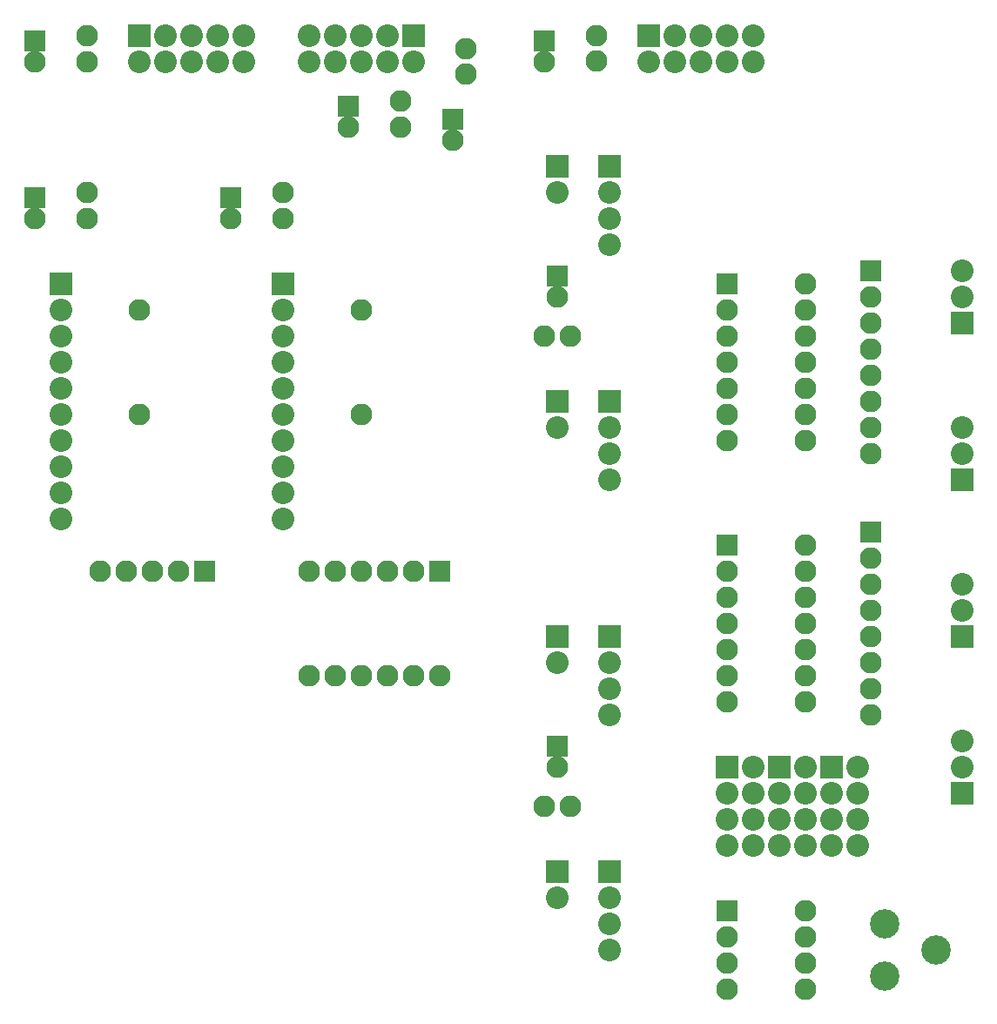
<source format=gts>
G04 #@! TF.FileFunction,Soldermask,Top*
%FSLAX46Y46*%
G04 Gerber Fmt 4.6, Leading zero omitted, Abs format (unit mm)*
G04 Created by KiCad (PCBNEW 4.0.7) date 11/29/17 00:42:10*
%MOMM*%
%LPD*%
G01*
G04 APERTURE LIST*
%ADD10C,0.100000*%
%ADD11R,2.208000X2.208000*%
%ADD12O,2.208000X2.208000*%
%ADD13R,2.108000X2.108000*%
%ADD14C,2.108000*%
%ADD15O,2.108000X2.108000*%
%ADD16C,2.848000*%
%ADD17C,2.208000*%
G04 APERTURE END LIST*
D10*
D11*
X162560000Y-54610000D03*
D12*
X162560000Y-57150000D03*
X165100000Y-54610000D03*
X165100000Y-57150000D03*
X167640000Y-54610000D03*
X167640000Y-57150000D03*
X170180000Y-54610000D03*
X170180000Y-57150000D03*
X172720000Y-54610000D03*
X172720000Y-57150000D03*
D13*
X133350000Y-61500000D03*
D14*
X133350000Y-63500000D03*
D13*
X143510000Y-62770000D03*
D14*
X143510000Y-64770000D03*
X138430000Y-63500000D03*
X138430000Y-61000000D03*
X144780000Y-58380000D03*
X144780000Y-55880000D03*
D13*
X102870000Y-55150000D03*
D14*
X102870000Y-57150000D03*
X107950000Y-57150000D03*
X107950000Y-54650000D03*
D13*
X121920000Y-70390000D03*
D14*
X121920000Y-72390000D03*
X127000000Y-72390000D03*
X127000000Y-69890000D03*
D13*
X153670000Y-123730000D03*
D14*
X153670000Y-125730000D03*
X152440000Y-129540000D03*
X154940000Y-129540000D03*
D13*
X153670000Y-78010000D03*
D14*
X153670000Y-80010000D03*
X152440000Y-83820000D03*
X154940000Y-83820000D03*
D13*
X152400000Y-55150000D03*
D14*
X152400000Y-57150000D03*
X157480000Y-57110000D03*
X157480000Y-54610000D03*
D13*
X102870000Y-70390000D03*
D14*
X102870000Y-72390000D03*
X107950000Y-72390000D03*
X107950000Y-69890000D03*
D11*
X139700000Y-54610000D03*
D12*
X139700000Y-57150000D03*
X137160000Y-54610000D03*
X137160000Y-57150000D03*
X134620000Y-54610000D03*
X134620000Y-57150000D03*
X132080000Y-54610000D03*
X132080000Y-57150000D03*
X129540000Y-54610000D03*
X129540000Y-57150000D03*
D11*
X153670000Y-67310000D03*
D12*
X153670000Y-69850000D03*
D11*
X153670000Y-90170000D03*
D12*
X153670000Y-92710000D03*
D11*
X153670000Y-135890000D03*
D12*
X153670000Y-138430000D03*
D11*
X153670000Y-113030000D03*
D12*
X153670000Y-115570000D03*
D14*
X113030000Y-91440000D03*
D15*
X113030000Y-81280000D03*
D14*
X134620000Y-91440000D03*
D15*
X134620000Y-81280000D03*
D13*
X119380000Y-106680000D03*
D15*
X116840000Y-106680000D03*
X114300000Y-106680000D03*
X111760000Y-106680000D03*
X109220000Y-106680000D03*
D16*
X185500000Y-146050000D03*
X190500000Y-143550000D03*
X185500000Y-141050000D03*
D11*
X158750000Y-67310000D03*
D12*
X158750000Y-69850000D03*
X158750000Y-72390000D03*
X158750000Y-74930000D03*
D11*
X158750000Y-90170000D03*
D12*
X158750000Y-92710000D03*
X158750000Y-95250000D03*
X158750000Y-97790000D03*
D11*
X158750000Y-135890000D03*
D12*
X158750000Y-138430000D03*
X158750000Y-140970000D03*
X158750000Y-143510000D03*
D11*
X158750000Y-113030000D03*
D12*
X158750000Y-115570000D03*
X158750000Y-118110000D03*
X158750000Y-120650000D03*
D13*
X170180000Y-78740000D03*
D15*
X177800000Y-93980000D03*
X170180000Y-81280000D03*
X177800000Y-91440000D03*
X170180000Y-83820000D03*
X177800000Y-88900000D03*
X170180000Y-86360000D03*
X177800000Y-86360000D03*
X170180000Y-88900000D03*
X177800000Y-83820000D03*
X170180000Y-91440000D03*
X177800000Y-81280000D03*
X170180000Y-93980000D03*
X177800000Y-78740000D03*
D13*
X170180000Y-104140000D03*
D15*
X177800000Y-119380000D03*
X170180000Y-106680000D03*
X177800000Y-116840000D03*
X170180000Y-109220000D03*
X177800000Y-114300000D03*
X170180000Y-111760000D03*
X177800000Y-111760000D03*
X170180000Y-114300000D03*
X177800000Y-109220000D03*
X170180000Y-116840000D03*
X177800000Y-106680000D03*
X170180000Y-119380000D03*
X177800000Y-104140000D03*
D11*
X193040000Y-97790000D03*
D12*
X193040000Y-95250000D03*
X193040000Y-92710000D03*
D11*
X193040000Y-113030000D03*
D12*
X193040000Y-110490000D03*
X193040000Y-107950000D03*
D11*
X193040000Y-128270000D03*
D12*
X193040000Y-125730000D03*
X193040000Y-123190000D03*
D13*
X170180000Y-139700000D03*
D15*
X177800000Y-147320000D03*
X170180000Y-142240000D03*
X177800000Y-144780000D03*
X170180000Y-144780000D03*
X177800000Y-142240000D03*
X170180000Y-147320000D03*
X177800000Y-139700000D03*
D11*
X105410000Y-78740000D03*
D12*
X105410000Y-81280000D03*
X105410000Y-83820000D03*
X105410000Y-86360000D03*
X105410000Y-88900000D03*
X105410000Y-91440000D03*
X105410000Y-93980000D03*
X105410000Y-96520000D03*
X105410000Y-99060000D03*
X105410000Y-101600000D03*
D11*
X127000000Y-78740000D03*
D12*
X127000000Y-81280000D03*
X127000000Y-83820000D03*
X127000000Y-86360000D03*
X127000000Y-88900000D03*
X127000000Y-91440000D03*
X127000000Y-93980000D03*
X127000000Y-96520000D03*
X127000000Y-99060000D03*
X127000000Y-101600000D03*
D13*
X142240000Y-106680000D03*
D15*
X129540000Y-116840000D03*
X139700000Y-106680000D03*
X132080000Y-116840000D03*
X137160000Y-106680000D03*
X134620000Y-116840000D03*
X134620000Y-106680000D03*
X137160000Y-116840000D03*
X132080000Y-106680000D03*
X139700000Y-116840000D03*
X129540000Y-106680000D03*
X142240000Y-116840000D03*
D11*
X113030000Y-54610000D03*
D12*
X113030000Y-57150000D03*
X115570000Y-54610000D03*
X115570000Y-57150000D03*
X118110000Y-54610000D03*
X118110000Y-57150000D03*
X120650000Y-54610000D03*
X120650000Y-57150000D03*
X123190000Y-54610000D03*
X123190000Y-57150000D03*
D13*
X184150000Y-77470000D03*
D15*
X184150000Y-80010000D03*
X184150000Y-82550000D03*
X184150000Y-85090000D03*
X184150000Y-87630000D03*
X184150000Y-90170000D03*
X184150000Y-92710000D03*
X184150000Y-95250000D03*
D13*
X184150000Y-102870000D03*
D15*
X184150000Y-105410000D03*
X184150000Y-107950000D03*
X184150000Y-110490000D03*
X184150000Y-113030000D03*
X184150000Y-115570000D03*
X184150000Y-118110000D03*
X184150000Y-120650000D03*
D11*
X170180000Y-125730000D03*
D12*
X172720000Y-125730000D03*
X170180000Y-128270000D03*
X172720000Y-128270000D03*
X170180000Y-130810000D03*
X172720000Y-130810000D03*
D17*
X170180000Y-133350000D03*
D12*
X172720000Y-133350000D03*
D11*
X175260000Y-125730000D03*
D12*
X177800000Y-125730000D03*
X175260000Y-128270000D03*
X177800000Y-128270000D03*
X175260000Y-130810000D03*
X177800000Y-130810000D03*
X175260000Y-133350000D03*
X177800000Y-133350000D03*
D11*
X180340000Y-125730000D03*
D12*
X182880000Y-125730000D03*
X180340000Y-128270000D03*
X182880000Y-128270000D03*
X180340000Y-130810000D03*
X182880000Y-130810000D03*
X180340000Y-133350000D03*
X182880000Y-133350000D03*
D11*
X193040000Y-82550000D03*
D12*
X193040000Y-80010000D03*
X193040000Y-77470000D03*
M02*

</source>
